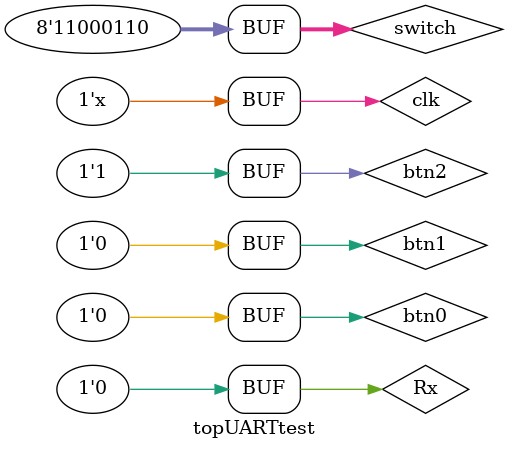
<source format=v>
`timescale 1ns / 1ps


module topUARTtest;

	// Inputs
	reg clk;
	reg btn0;
	reg btn1;
	reg btn2;
	reg Rx;
	reg [7:0] switch;

	// Outputs
	wire [7:0] led;
	wire slowclock;
	wire parity;
	wire Tx;

	// Instantiate the Unit Under Test (UUT)
	topUART uut (
		.clk(clk), 
		.btn0(btn0), 
		.btn1(btn1), 
		.btn2(btn2), 
		.Rx(Rx), 
		.switch(switch), 
		.led(led), 
		.slowclock(slowclock), 
		.parity(parity), 
		.Tx(Tx)
	);
	always #5 clk=!clk;

	initial begin
		// Initialize Inputs
		
		clk = 0;
		btn0 = 0;
		btn1 = 0;
		btn2 = 0;
		Rx = 1;
		switch = 0;

		// Wait 100 ns for global reset to finish
		#10; 
		btn1 = 1;
		btn2 = 0;
		Rx = 1;
		switch = 1734;
       #50;
		 btn1 = 0;
		btn2 = 1;
		Rx = 1; 
		switch = 1734;
		#85
		Rx=0;
		// Add stimulus here

	end
      
endmodule


</source>
